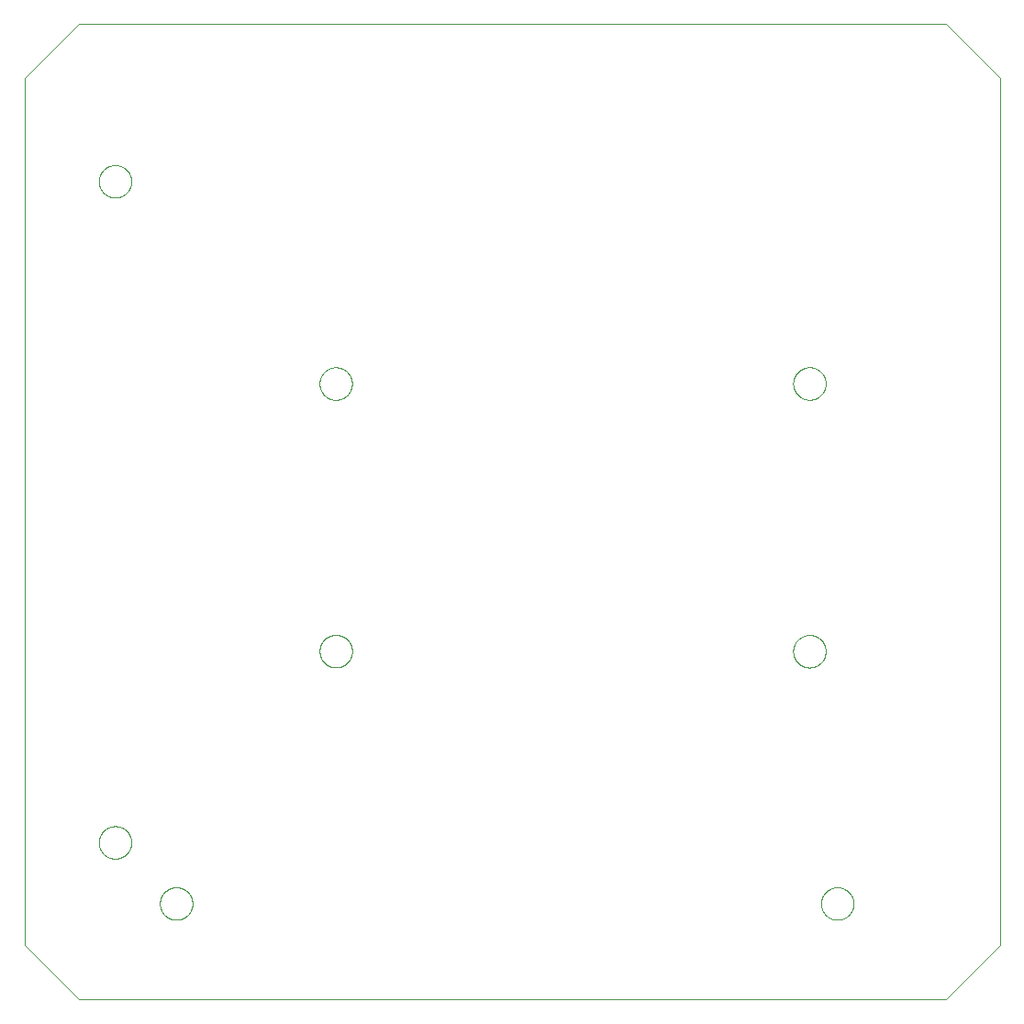
<source format=gbo>
G75*
%MOIN*%
%OFA0B0*%
%FSLAX25Y25*%
%IPPOS*%
%LPD*%
%AMOC8*
5,1,8,0,0,1.08239X$1,22.5*
%
%ADD10C,0.00000*%
D10*
X0021455Y0039203D02*
X0021455Y0354163D01*
X0041140Y0373848D01*
X0356100Y0373848D01*
X0375785Y0354163D01*
X0375785Y0039203D01*
X0356100Y0019518D01*
X0041140Y0019518D01*
X0021455Y0039203D01*
X0048494Y0076604D02*
X0048496Y0076757D01*
X0048502Y0076911D01*
X0048512Y0077064D01*
X0048526Y0077216D01*
X0048544Y0077369D01*
X0048566Y0077520D01*
X0048591Y0077671D01*
X0048621Y0077822D01*
X0048655Y0077972D01*
X0048692Y0078120D01*
X0048733Y0078268D01*
X0048778Y0078414D01*
X0048827Y0078560D01*
X0048880Y0078704D01*
X0048936Y0078846D01*
X0048996Y0078987D01*
X0049060Y0079127D01*
X0049127Y0079265D01*
X0049198Y0079401D01*
X0049273Y0079535D01*
X0049350Y0079667D01*
X0049432Y0079797D01*
X0049516Y0079925D01*
X0049604Y0080051D01*
X0049695Y0080174D01*
X0049789Y0080295D01*
X0049887Y0080413D01*
X0049987Y0080529D01*
X0050091Y0080642D01*
X0050197Y0080753D01*
X0050306Y0080861D01*
X0050418Y0080966D01*
X0050532Y0081067D01*
X0050650Y0081166D01*
X0050769Y0081262D01*
X0050891Y0081355D01*
X0051016Y0081444D01*
X0051143Y0081531D01*
X0051272Y0081613D01*
X0051403Y0081693D01*
X0051536Y0081769D01*
X0051671Y0081842D01*
X0051808Y0081911D01*
X0051947Y0081976D01*
X0052087Y0082038D01*
X0052229Y0082096D01*
X0052372Y0082151D01*
X0052517Y0082202D01*
X0052663Y0082249D01*
X0052810Y0082292D01*
X0052958Y0082331D01*
X0053107Y0082367D01*
X0053257Y0082398D01*
X0053408Y0082426D01*
X0053559Y0082450D01*
X0053712Y0082470D01*
X0053864Y0082486D01*
X0054017Y0082498D01*
X0054170Y0082506D01*
X0054323Y0082510D01*
X0054477Y0082510D01*
X0054630Y0082506D01*
X0054783Y0082498D01*
X0054936Y0082486D01*
X0055088Y0082470D01*
X0055241Y0082450D01*
X0055392Y0082426D01*
X0055543Y0082398D01*
X0055693Y0082367D01*
X0055842Y0082331D01*
X0055990Y0082292D01*
X0056137Y0082249D01*
X0056283Y0082202D01*
X0056428Y0082151D01*
X0056571Y0082096D01*
X0056713Y0082038D01*
X0056853Y0081976D01*
X0056992Y0081911D01*
X0057129Y0081842D01*
X0057264Y0081769D01*
X0057397Y0081693D01*
X0057528Y0081613D01*
X0057657Y0081531D01*
X0057784Y0081444D01*
X0057909Y0081355D01*
X0058031Y0081262D01*
X0058150Y0081166D01*
X0058268Y0081067D01*
X0058382Y0080966D01*
X0058494Y0080861D01*
X0058603Y0080753D01*
X0058709Y0080642D01*
X0058813Y0080529D01*
X0058913Y0080413D01*
X0059011Y0080295D01*
X0059105Y0080174D01*
X0059196Y0080051D01*
X0059284Y0079925D01*
X0059368Y0079797D01*
X0059450Y0079667D01*
X0059527Y0079535D01*
X0059602Y0079401D01*
X0059673Y0079265D01*
X0059740Y0079127D01*
X0059804Y0078987D01*
X0059864Y0078846D01*
X0059920Y0078704D01*
X0059973Y0078560D01*
X0060022Y0078414D01*
X0060067Y0078268D01*
X0060108Y0078120D01*
X0060145Y0077972D01*
X0060179Y0077822D01*
X0060209Y0077671D01*
X0060234Y0077520D01*
X0060256Y0077369D01*
X0060274Y0077216D01*
X0060288Y0077064D01*
X0060298Y0076911D01*
X0060304Y0076757D01*
X0060306Y0076604D01*
X0060304Y0076451D01*
X0060298Y0076297D01*
X0060288Y0076144D01*
X0060274Y0075992D01*
X0060256Y0075839D01*
X0060234Y0075688D01*
X0060209Y0075537D01*
X0060179Y0075386D01*
X0060145Y0075236D01*
X0060108Y0075088D01*
X0060067Y0074940D01*
X0060022Y0074794D01*
X0059973Y0074648D01*
X0059920Y0074504D01*
X0059864Y0074362D01*
X0059804Y0074221D01*
X0059740Y0074081D01*
X0059673Y0073943D01*
X0059602Y0073807D01*
X0059527Y0073673D01*
X0059450Y0073541D01*
X0059368Y0073411D01*
X0059284Y0073283D01*
X0059196Y0073157D01*
X0059105Y0073034D01*
X0059011Y0072913D01*
X0058913Y0072795D01*
X0058813Y0072679D01*
X0058709Y0072566D01*
X0058603Y0072455D01*
X0058494Y0072347D01*
X0058382Y0072242D01*
X0058268Y0072141D01*
X0058150Y0072042D01*
X0058031Y0071946D01*
X0057909Y0071853D01*
X0057784Y0071764D01*
X0057657Y0071677D01*
X0057528Y0071595D01*
X0057397Y0071515D01*
X0057264Y0071439D01*
X0057129Y0071366D01*
X0056992Y0071297D01*
X0056853Y0071232D01*
X0056713Y0071170D01*
X0056571Y0071112D01*
X0056428Y0071057D01*
X0056283Y0071006D01*
X0056137Y0070959D01*
X0055990Y0070916D01*
X0055842Y0070877D01*
X0055693Y0070841D01*
X0055543Y0070810D01*
X0055392Y0070782D01*
X0055241Y0070758D01*
X0055088Y0070738D01*
X0054936Y0070722D01*
X0054783Y0070710D01*
X0054630Y0070702D01*
X0054477Y0070698D01*
X0054323Y0070698D01*
X0054170Y0070702D01*
X0054017Y0070710D01*
X0053864Y0070722D01*
X0053712Y0070738D01*
X0053559Y0070758D01*
X0053408Y0070782D01*
X0053257Y0070810D01*
X0053107Y0070841D01*
X0052958Y0070877D01*
X0052810Y0070916D01*
X0052663Y0070959D01*
X0052517Y0071006D01*
X0052372Y0071057D01*
X0052229Y0071112D01*
X0052087Y0071170D01*
X0051947Y0071232D01*
X0051808Y0071297D01*
X0051671Y0071366D01*
X0051536Y0071439D01*
X0051403Y0071515D01*
X0051272Y0071595D01*
X0051143Y0071677D01*
X0051016Y0071764D01*
X0050891Y0071853D01*
X0050769Y0071946D01*
X0050650Y0072042D01*
X0050532Y0072141D01*
X0050418Y0072242D01*
X0050306Y0072347D01*
X0050197Y0072455D01*
X0050091Y0072566D01*
X0049987Y0072679D01*
X0049887Y0072795D01*
X0049789Y0072913D01*
X0049695Y0073034D01*
X0049604Y0073157D01*
X0049516Y0073283D01*
X0049432Y0073411D01*
X0049350Y0073541D01*
X0049273Y0073673D01*
X0049198Y0073807D01*
X0049127Y0073943D01*
X0049060Y0074081D01*
X0048996Y0074221D01*
X0048936Y0074362D01*
X0048880Y0074504D01*
X0048827Y0074648D01*
X0048778Y0074794D01*
X0048733Y0074940D01*
X0048692Y0075088D01*
X0048655Y0075236D01*
X0048621Y0075386D01*
X0048591Y0075537D01*
X0048566Y0075688D01*
X0048544Y0075839D01*
X0048526Y0075992D01*
X0048512Y0076144D01*
X0048502Y0076297D01*
X0048496Y0076451D01*
X0048494Y0076604D01*
X0070698Y0054400D02*
X0070700Y0054553D01*
X0070706Y0054707D01*
X0070716Y0054860D01*
X0070730Y0055012D01*
X0070748Y0055165D01*
X0070770Y0055316D01*
X0070795Y0055467D01*
X0070825Y0055618D01*
X0070859Y0055768D01*
X0070896Y0055916D01*
X0070937Y0056064D01*
X0070982Y0056210D01*
X0071031Y0056356D01*
X0071084Y0056500D01*
X0071140Y0056642D01*
X0071200Y0056783D01*
X0071264Y0056923D01*
X0071331Y0057061D01*
X0071402Y0057197D01*
X0071477Y0057331D01*
X0071554Y0057463D01*
X0071636Y0057593D01*
X0071720Y0057721D01*
X0071808Y0057847D01*
X0071899Y0057970D01*
X0071993Y0058091D01*
X0072091Y0058209D01*
X0072191Y0058325D01*
X0072295Y0058438D01*
X0072401Y0058549D01*
X0072510Y0058657D01*
X0072622Y0058762D01*
X0072736Y0058863D01*
X0072854Y0058962D01*
X0072973Y0059058D01*
X0073095Y0059151D01*
X0073220Y0059240D01*
X0073347Y0059327D01*
X0073476Y0059409D01*
X0073607Y0059489D01*
X0073740Y0059565D01*
X0073875Y0059638D01*
X0074012Y0059707D01*
X0074151Y0059772D01*
X0074291Y0059834D01*
X0074433Y0059892D01*
X0074576Y0059947D01*
X0074721Y0059998D01*
X0074867Y0060045D01*
X0075014Y0060088D01*
X0075162Y0060127D01*
X0075311Y0060163D01*
X0075461Y0060194D01*
X0075612Y0060222D01*
X0075763Y0060246D01*
X0075916Y0060266D01*
X0076068Y0060282D01*
X0076221Y0060294D01*
X0076374Y0060302D01*
X0076527Y0060306D01*
X0076681Y0060306D01*
X0076834Y0060302D01*
X0076987Y0060294D01*
X0077140Y0060282D01*
X0077292Y0060266D01*
X0077445Y0060246D01*
X0077596Y0060222D01*
X0077747Y0060194D01*
X0077897Y0060163D01*
X0078046Y0060127D01*
X0078194Y0060088D01*
X0078341Y0060045D01*
X0078487Y0059998D01*
X0078632Y0059947D01*
X0078775Y0059892D01*
X0078917Y0059834D01*
X0079057Y0059772D01*
X0079196Y0059707D01*
X0079333Y0059638D01*
X0079468Y0059565D01*
X0079601Y0059489D01*
X0079732Y0059409D01*
X0079861Y0059327D01*
X0079988Y0059240D01*
X0080113Y0059151D01*
X0080235Y0059058D01*
X0080354Y0058962D01*
X0080472Y0058863D01*
X0080586Y0058762D01*
X0080698Y0058657D01*
X0080807Y0058549D01*
X0080913Y0058438D01*
X0081017Y0058325D01*
X0081117Y0058209D01*
X0081215Y0058091D01*
X0081309Y0057970D01*
X0081400Y0057847D01*
X0081488Y0057721D01*
X0081572Y0057593D01*
X0081654Y0057463D01*
X0081731Y0057331D01*
X0081806Y0057197D01*
X0081877Y0057061D01*
X0081944Y0056923D01*
X0082008Y0056783D01*
X0082068Y0056642D01*
X0082124Y0056500D01*
X0082177Y0056356D01*
X0082226Y0056210D01*
X0082271Y0056064D01*
X0082312Y0055916D01*
X0082349Y0055768D01*
X0082383Y0055618D01*
X0082413Y0055467D01*
X0082438Y0055316D01*
X0082460Y0055165D01*
X0082478Y0055012D01*
X0082492Y0054860D01*
X0082502Y0054707D01*
X0082508Y0054553D01*
X0082510Y0054400D01*
X0082508Y0054247D01*
X0082502Y0054093D01*
X0082492Y0053940D01*
X0082478Y0053788D01*
X0082460Y0053635D01*
X0082438Y0053484D01*
X0082413Y0053333D01*
X0082383Y0053182D01*
X0082349Y0053032D01*
X0082312Y0052884D01*
X0082271Y0052736D01*
X0082226Y0052590D01*
X0082177Y0052444D01*
X0082124Y0052300D01*
X0082068Y0052158D01*
X0082008Y0052017D01*
X0081944Y0051877D01*
X0081877Y0051739D01*
X0081806Y0051603D01*
X0081731Y0051469D01*
X0081654Y0051337D01*
X0081572Y0051207D01*
X0081488Y0051079D01*
X0081400Y0050953D01*
X0081309Y0050830D01*
X0081215Y0050709D01*
X0081117Y0050591D01*
X0081017Y0050475D01*
X0080913Y0050362D01*
X0080807Y0050251D01*
X0080698Y0050143D01*
X0080586Y0050038D01*
X0080472Y0049937D01*
X0080354Y0049838D01*
X0080235Y0049742D01*
X0080113Y0049649D01*
X0079988Y0049560D01*
X0079861Y0049473D01*
X0079732Y0049391D01*
X0079601Y0049311D01*
X0079468Y0049235D01*
X0079333Y0049162D01*
X0079196Y0049093D01*
X0079057Y0049028D01*
X0078917Y0048966D01*
X0078775Y0048908D01*
X0078632Y0048853D01*
X0078487Y0048802D01*
X0078341Y0048755D01*
X0078194Y0048712D01*
X0078046Y0048673D01*
X0077897Y0048637D01*
X0077747Y0048606D01*
X0077596Y0048578D01*
X0077445Y0048554D01*
X0077292Y0048534D01*
X0077140Y0048518D01*
X0076987Y0048506D01*
X0076834Y0048498D01*
X0076681Y0048494D01*
X0076527Y0048494D01*
X0076374Y0048498D01*
X0076221Y0048506D01*
X0076068Y0048518D01*
X0075916Y0048534D01*
X0075763Y0048554D01*
X0075612Y0048578D01*
X0075461Y0048606D01*
X0075311Y0048637D01*
X0075162Y0048673D01*
X0075014Y0048712D01*
X0074867Y0048755D01*
X0074721Y0048802D01*
X0074576Y0048853D01*
X0074433Y0048908D01*
X0074291Y0048966D01*
X0074151Y0049028D01*
X0074012Y0049093D01*
X0073875Y0049162D01*
X0073740Y0049235D01*
X0073607Y0049311D01*
X0073476Y0049391D01*
X0073347Y0049473D01*
X0073220Y0049560D01*
X0073095Y0049649D01*
X0072973Y0049742D01*
X0072854Y0049838D01*
X0072736Y0049937D01*
X0072622Y0050038D01*
X0072510Y0050143D01*
X0072401Y0050251D01*
X0072295Y0050362D01*
X0072191Y0050475D01*
X0072091Y0050591D01*
X0071993Y0050709D01*
X0071899Y0050830D01*
X0071808Y0050953D01*
X0071720Y0051079D01*
X0071636Y0051207D01*
X0071554Y0051337D01*
X0071477Y0051469D01*
X0071402Y0051603D01*
X0071331Y0051739D01*
X0071264Y0051877D01*
X0071200Y0052017D01*
X0071140Y0052158D01*
X0071084Y0052300D01*
X0071031Y0052444D01*
X0070982Y0052590D01*
X0070937Y0052736D01*
X0070896Y0052884D01*
X0070859Y0053032D01*
X0070825Y0053182D01*
X0070795Y0053333D01*
X0070770Y0053484D01*
X0070748Y0053635D01*
X0070730Y0053788D01*
X0070716Y0053940D01*
X0070706Y0054093D01*
X0070700Y0054247D01*
X0070698Y0054400D01*
X0128694Y0146083D02*
X0128696Y0146236D01*
X0128702Y0146390D01*
X0128712Y0146543D01*
X0128726Y0146695D01*
X0128744Y0146848D01*
X0128766Y0146999D01*
X0128791Y0147150D01*
X0128821Y0147301D01*
X0128855Y0147451D01*
X0128892Y0147599D01*
X0128933Y0147747D01*
X0128978Y0147893D01*
X0129027Y0148039D01*
X0129080Y0148183D01*
X0129136Y0148325D01*
X0129196Y0148466D01*
X0129260Y0148606D01*
X0129327Y0148744D01*
X0129398Y0148880D01*
X0129473Y0149014D01*
X0129550Y0149146D01*
X0129632Y0149276D01*
X0129716Y0149404D01*
X0129804Y0149530D01*
X0129895Y0149653D01*
X0129989Y0149774D01*
X0130087Y0149892D01*
X0130187Y0150008D01*
X0130291Y0150121D01*
X0130397Y0150232D01*
X0130506Y0150340D01*
X0130618Y0150445D01*
X0130732Y0150546D01*
X0130850Y0150645D01*
X0130969Y0150741D01*
X0131091Y0150834D01*
X0131216Y0150923D01*
X0131343Y0151010D01*
X0131472Y0151092D01*
X0131603Y0151172D01*
X0131736Y0151248D01*
X0131871Y0151321D01*
X0132008Y0151390D01*
X0132147Y0151455D01*
X0132287Y0151517D01*
X0132429Y0151575D01*
X0132572Y0151630D01*
X0132717Y0151681D01*
X0132863Y0151728D01*
X0133010Y0151771D01*
X0133158Y0151810D01*
X0133307Y0151846D01*
X0133457Y0151877D01*
X0133608Y0151905D01*
X0133759Y0151929D01*
X0133912Y0151949D01*
X0134064Y0151965D01*
X0134217Y0151977D01*
X0134370Y0151985D01*
X0134523Y0151989D01*
X0134677Y0151989D01*
X0134830Y0151985D01*
X0134983Y0151977D01*
X0135136Y0151965D01*
X0135288Y0151949D01*
X0135441Y0151929D01*
X0135592Y0151905D01*
X0135743Y0151877D01*
X0135893Y0151846D01*
X0136042Y0151810D01*
X0136190Y0151771D01*
X0136337Y0151728D01*
X0136483Y0151681D01*
X0136628Y0151630D01*
X0136771Y0151575D01*
X0136913Y0151517D01*
X0137053Y0151455D01*
X0137192Y0151390D01*
X0137329Y0151321D01*
X0137464Y0151248D01*
X0137597Y0151172D01*
X0137728Y0151092D01*
X0137857Y0151010D01*
X0137984Y0150923D01*
X0138109Y0150834D01*
X0138231Y0150741D01*
X0138350Y0150645D01*
X0138468Y0150546D01*
X0138582Y0150445D01*
X0138694Y0150340D01*
X0138803Y0150232D01*
X0138909Y0150121D01*
X0139013Y0150008D01*
X0139113Y0149892D01*
X0139211Y0149774D01*
X0139305Y0149653D01*
X0139396Y0149530D01*
X0139484Y0149404D01*
X0139568Y0149276D01*
X0139650Y0149146D01*
X0139727Y0149014D01*
X0139802Y0148880D01*
X0139873Y0148744D01*
X0139940Y0148606D01*
X0140004Y0148466D01*
X0140064Y0148325D01*
X0140120Y0148183D01*
X0140173Y0148039D01*
X0140222Y0147893D01*
X0140267Y0147747D01*
X0140308Y0147599D01*
X0140345Y0147451D01*
X0140379Y0147301D01*
X0140409Y0147150D01*
X0140434Y0146999D01*
X0140456Y0146848D01*
X0140474Y0146695D01*
X0140488Y0146543D01*
X0140498Y0146390D01*
X0140504Y0146236D01*
X0140506Y0146083D01*
X0140504Y0145930D01*
X0140498Y0145776D01*
X0140488Y0145623D01*
X0140474Y0145471D01*
X0140456Y0145318D01*
X0140434Y0145167D01*
X0140409Y0145016D01*
X0140379Y0144865D01*
X0140345Y0144715D01*
X0140308Y0144567D01*
X0140267Y0144419D01*
X0140222Y0144273D01*
X0140173Y0144127D01*
X0140120Y0143983D01*
X0140064Y0143841D01*
X0140004Y0143700D01*
X0139940Y0143560D01*
X0139873Y0143422D01*
X0139802Y0143286D01*
X0139727Y0143152D01*
X0139650Y0143020D01*
X0139568Y0142890D01*
X0139484Y0142762D01*
X0139396Y0142636D01*
X0139305Y0142513D01*
X0139211Y0142392D01*
X0139113Y0142274D01*
X0139013Y0142158D01*
X0138909Y0142045D01*
X0138803Y0141934D01*
X0138694Y0141826D01*
X0138582Y0141721D01*
X0138468Y0141620D01*
X0138350Y0141521D01*
X0138231Y0141425D01*
X0138109Y0141332D01*
X0137984Y0141243D01*
X0137857Y0141156D01*
X0137728Y0141074D01*
X0137597Y0140994D01*
X0137464Y0140918D01*
X0137329Y0140845D01*
X0137192Y0140776D01*
X0137053Y0140711D01*
X0136913Y0140649D01*
X0136771Y0140591D01*
X0136628Y0140536D01*
X0136483Y0140485D01*
X0136337Y0140438D01*
X0136190Y0140395D01*
X0136042Y0140356D01*
X0135893Y0140320D01*
X0135743Y0140289D01*
X0135592Y0140261D01*
X0135441Y0140237D01*
X0135288Y0140217D01*
X0135136Y0140201D01*
X0134983Y0140189D01*
X0134830Y0140181D01*
X0134677Y0140177D01*
X0134523Y0140177D01*
X0134370Y0140181D01*
X0134217Y0140189D01*
X0134064Y0140201D01*
X0133912Y0140217D01*
X0133759Y0140237D01*
X0133608Y0140261D01*
X0133457Y0140289D01*
X0133307Y0140320D01*
X0133158Y0140356D01*
X0133010Y0140395D01*
X0132863Y0140438D01*
X0132717Y0140485D01*
X0132572Y0140536D01*
X0132429Y0140591D01*
X0132287Y0140649D01*
X0132147Y0140711D01*
X0132008Y0140776D01*
X0131871Y0140845D01*
X0131736Y0140918D01*
X0131603Y0140994D01*
X0131472Y0141074D01*
X0131343Y0141156D01*
X0131216Y0141243D01*
X0131091Y0141332D01*
X0130969Y0141425D01*
X0130850Y0141521D01*
X0130732Y0141620D01*
X0130618Y0141721D01*
X0130506Y0141826D01*
X0130397Y0141934D01*
X0130291Y0142045D01*
X0130187Y0142158D01*
X0130087Y0142274D01*
X0129989Y0142392D01*
X0129895Y0142513D01*
X0129804Y0142636D01*
X0129716Y0142762D01*
X0129632Y0142890D01*
X0129550Y0143020D01*
X0129473Y0143152D01*
X0129398Y0143286D01*
X0129327Y0143422D01*
X0129260Y0143560D01*
X0129196Y0143700D01*
X0129136Y0143841D01*
X0129080Y0143983D01*
X0129027Y0144127D01*
X0128978Y0144273D01*
X0128933Y0144419D01*
X0128892Y0144567D01*
X0128855Y0144715D01*
X0128821Y0144865D01*
X0128791Y0145016D01*
X0128766Y0145167D01*
X0128744Y0145318D01*
X0128726Y0145471D01*
X0128712Y0145623D01*
X0128702Y0145776D01*
X0128696Y0145930D01*
X0128694Y0146083D01*
X0128664Y0243293D02*
X0128666Y0243446D01*
X0128672Y0243600D01*
X0128682Y0243753D01*
X0128696Y0243905D01*
X0128714Y0244058D01*
X0128736Y0244209D01*
X0128761Y0244360D01*
X0128791Y0244511D01*
X0128825Y0244661D01*
X0128862Y0244809D01*
X0128903Y0244957D01*
X0128948Y0245103D01*
X0128997Y0245249D01*
X0129050Y0245393D01*
X0129106Y0245535D01*
X0129166Y0245676D01*
X0129230Y0245816D01*
X0129297Y0245954D01*
X0129368Y0246090D01*
X0129443Y0246224D01*
X0129520Y0246356D01*
X0129602Y0246486D01*
X0129686Y0246614D01*
X0129774Y0246740D01*
X0129865Y0246863D01*
X0129959Y0246984D01*
X0130057Y0247102D01*
X0130157Y0247218D01*
X0130261Y0247331D01*
X0130367Y0247442D01*
X0130476Y0247550D01*
X0130588Y0247655D01*
X0130702Y0247756D01*
X0130820Y0247855D01*
X0130939Y0247951D01*
X0131061Y0248044D01*
X0131186Y0248133D01*
X0131313Y0248220D01*
X0131442Y0248302D01*
X0131573Y0248382D01*
X0131706Y0248458D01*
X0131841Y0248531D01*
X0131978Y0248600D01*
X0132117Y0248665D01*
X0132257Y0248727D01*
X0132399Y0248785D01*
X0132542Y0248840D01*
X0132687Y0248891D01*
X0132833Y0248938D01*
X0132980Y0248981D01*
X0133128Y0249020D01*
X0133277Y0249056D01*
X0133427Y0249087D01*
X0133578Y0249115D01*
X0133729Y0249139D01*
X0133882Y0249159D01*
X0134034Y0249175D01*
X0134187Y0249187D01*
X0134340Y0249195D01*
X0134493Y0249199D01*
X0134647Y0249199D01*
X0134800Y0249195D01*
X0134953Y0249187D01*
X0135106Y0249175D01*
X0135258Y0249159D01*
X0135411Y0249139D01*
X0135562Y0249115D01*
X0135713Y0249087D01*
X0135863Y0249056D01*
X0136012Y0249020D01*
X0136160Y0248981D01*
X0136307Y0248938D01*
X0136453Y0248891D01*
X0136598Y0248840D01*
X0136741Y0248785D01*
X0136883Y0248727D01*
X0137023Y0248665D01*
X0137162Y0248600D01*
X0137299Y0248531D01*
X0137434Y0248458D01*
X0137567Y0248382D01*
X0137698Y0248302D01*
X0137827Y0248220D01*
X0137954Y0248133D01*
X0138079Y0248044D01*
X0138201Y0247951D01*
X0138320Y0247855D01*
X0138438Y0247756D01*
X0138552Y0247655D01*
X0138664Y0247550D01*
X0138773Y0247442D01*
X0138879Y0247331D01*
X0138983Y0247218D01*
X0139083Y0247102D01*
X0139181Y0246984D01*
X0139275Y0246863D01*
X0139366Y0246740D01*
X0139454Y0246614D01*
X0139538Y0246486D01*
X0139620Y0246356D01*
X0139697Y0246224D01*
X0139772Y0246090D01*
X0139843Y0245954D01*
X0139910Y0245816D01*
X0139974Y0245676D01*
X0140034Y0245535D01*
X0140090Y0245393D01*
X0140143Y0245249D01*
X0140192Y0245103D01*
X0140237Y0244957D01*
X0140278Y0244809D01*
X0140315Y0244661D01*
X0140349Y0244511D01*
X0140379Y0244360D01*
X0140404Y0244209D01*
X0140426Y0244058D01*
X0140444Y0243905D01*
X0140458Y0243753D01*
X0140468Y0243600D01*
X0140474Y0243446D01*
X0140476Y0243293D01*
X0140474Y0243140D01*
X0140468Y0242986D01*
X0140458Y0242833D01*
X0140444Y0242681D01*
X0140426Y0242528D01*
X0140404Y0242377D01*
X0140379Y0242226D01*
X0140349Y0242075D01*
X0140315Y0241925D01*
X0140278Y0241777D01*
X0140237Y0241629D01*
X0140192Y0241483D01*
X0140143Y0241337D01*
X0140090Y0241193D01*
X0140034Y0241051D01*
X0139974Y0240910D01*
X0139910Y0240770D01*
X0139843Y0240632D01*
X0139772Y0240496D01*
X0139697Y0240362D01*
X0139620Y0240230D01*
X0139538Y0240100D01*
X0139454Y0239972D01*
X0139366Y0239846D01*
X0139275Y0239723D01*
X0139181Y0239602D01*
X0139083Y0239484D01*
X0138983Y0239368D01*
X0138879Y0239255D01*
X0138773Y0239144D01*
X0138664Y0239036D01*
X0138552Y0238931D01*
X0138438Y0238830D01*
X0138320Y0238731D01*
X0138201Y0238635D01*
X0138079Y0238542D01*
X0137954Y0238453D01*
X0137827Y0238366D01*
X0137698Y0238284D01*
X0137567Y0238204D01*
X0137434Y0238128D01*
X0137299Y0238055D01*
X0137162Y0237986D01*
X0137023Y0237921D01*
X0136883Y0237859D01*
X0136741Y0237801D01*
X0136598Y0237746D01*
X0136453Y0237695D01*
X0136307Y0237648D01*
X0136160Y0237605D01*
X0136012Y0237566D01*
X0135863Y0237530D01*
X0135713Y0237499D01*
X0135562Y0237471D01*
X0135411Y0237447D01*
X0135258Y0237427D01*
X0135106Y0237411D01*
X0134953Y0237399D01*
X0134800Y0237391D01*
X0134647Y0237387D01*
X0134493Y0237387D01*
X0134340Y0237391D01*
X0134187Y0237399D01*
X0134034Y0237411D01*
X0133882Y0237427D01*
X0133729Y0237447D01*
X0133578Y0237471D01*
X0133427Y0237499D01*
X0133277Y0237530D01*
X0133128Y0237566D01*
X0132980Y0237605D01*
X0132833Y0237648D01*
X0132687Y0237695D01*
X0132542Y0237746D01*
X0132399Y0237801D01*
X0132257Y0237859D01*
X0132117Y0237921D01*
X0131978Y0237986D01*
X0131841Y0238055D01*
X0131706Y0238128D01*
X0131573Y0238204D01*
X0131442Y0238284D01*
X0131313Y0238366D01*
X0131186Y0238453D01*
X0131061Y0238542D01*
X0130939Y0238635D01*
X0130820Y0238731D01*
X0130702Y0238830D01*
X0130588Y0238931D01*
X0130476Y0239036D01*
X0130367Y0239144D01*
X0130261Y0239255D01*
X0130157Y0239368D01*
X0130057Y0239484D01*
X0129959Y0239602D01*
X0129865Y0239723D01*
X0129774Y0239846D01*
X0129686Y0239972D01*
X0129602Y0240100D01*
X0129520Y0240230D01*
X0129443Y0240362D01*
X0129368Y0240496D01*
X0129297Y0240632D01*
X0129230Y0240770D01*
X0129166Y0240910D01*
X0129106Y0241051D01*
X0129050Y0241193D01*
X0128997Y0241337D01*
X0128948Y0241483D01*
X0128903Y0241629D01*
X0128862Y0241777D01*
X0128825Y0241925D01*
X0128791Y0242075D01*
X0128761Y0242226D01*
X0128736Y0242377D01*
X0128714Y0242528D01*
X0128696Y0242681D01*
X0128682Y0242833D01*
X0128672Y0242986D01*
X0128666Y0243140D01*
X0128664Y0243293D01*
X0048494Y0316762D02*
X0048496Y0316915D01*
X0048502Y0317069D01*
X0048512Y0317222D01*
X0048526Y0317374D01*
X0048544Y0317527D01*
X0048566Y0317678D01*
X0048591Y0317829D01*
X0048621Y0317980D01*
X0048655Y0318130D01*
X0048692Y0318278D01*
X0048733Y0318426D01*
X0048778Y0318572D01*
X0048827Y0318718D01*
X0048880Y0318862D01*
X0048936Y0319004D01*
X0048996Y0319145D01*
X0049060Y0319285D01*
X0049127Y0319423D01*
X0049198Y0319559D01*
X0049273Y0319693D01*
X0049350Y0319825D01*
X0049432Y0319955D01*
X0049516Y0320083D01*
X0049604Y0320209D01*
X0049695Y0320332D01*
X0049789Y0320453D01*
X0049887Y0320571D01*
X0049987Y0320687D01*
X0050091Y0320800D01*
X0050197Y0320911D01*
X0050306Y0321019D01*
X0050418Y0321124D01*
X0050532Y0321225D01*
X0050650Y0321324D01*
X0050769Y0321420D01*
X0050891Y0321513D01*
X0051016Y0321602D01*
X0051143Y0321689D01*
X0051272Y0321771D01*
X0051403Y0321851D01*
X0051536Y0321927D01*
X0051671Y0322000D01*
X0051808Y0322069D01*
X0051947Y0322134D01*
X0052087Y0322196D01*
X0052229Y0322254D01*
X0052372Y0322309D01*
X0052517Y0322360D01*
X0052663Y0322407D01*
X0052810Y0322450D01*
X0052958Y0322489D01*
X0053107Y0322525D01*
X0053257Y0322556D01*
X0053408Y0322584D01*
X0053559Y0322608D01*
X0053712Y0322628D01*
X0053864Y0322644D01*
X0054017Y0322656D01*
X0054170Y0322664D01*
X0054323Y0322668D01*
X0054477Y0322668D01*
X0054630Y0322664D01*
X0054783Y0322656D01*
X0054936Y0322644D01*
X0055088Y0322628D01*
X0055241Y0322608D01*
X0055392Y0322584D01*
X0055543Y0322556D01*
X0055693Y0322525D01*
X0055842Y0322489D01*
X0055990Y0322450D01*
X0056137Y0322407D01*
X0056283Y0322360D01*
X0056428Y0322309D01*
X0056571Y0322254D01*
X0056713Y0322196D01*
X0056853Y0322134D01*
X0056992Y0322069D01*
X0057129Y0322000D01*
X0057264Y0321927D01*
X0057397Y0321851D01*
X0057528Y0321771D01*
X0057657Y0321689D01*
X0057784Y0321602D01*
X0057909Y0321513D01*
X0058031Y0321420D01*
X0058150Y0321324D01*
X0058268Y0321225D01*
X0058382Y0321124D01*
X0058494Y0321019D01*
X0058603Y0320911D01*
X0058709Y0320800D01*
X0058813Y0320687D01*
X0058913Y0320571D01*
X0059011Y0320453D01*
X0059105Y0320332D01*
X0059196Y0320209D01*
X0059284Y0320083D01*
X0059368Y0319955D01*
X0059450Y0319825D01*
X0059527Y0319693D01*
X0059602Y0319559D01*
X0059673Y0319423D01*
X0059740Y0319285D01*
X0059804Y0319145D01*
X0059864Y0319004D01*
X0059920Y0318862D01*
X0059973Y0318718D01*
X0060022Y0318572D01*
X0060067Y0318426D01*
X0060108Y0318278D01*
X0060145Y0318130D01*
X0060179Y0317980D01*
X0060209Y0317829D01*
X0060234Y0317678D01*
X0060256Y0317527D01*
X0060274Y0317374D01*
X0060288Y0317222D01*
X0060298Y0317069D01*
X0060304Y0316915D01*
X0060306Y0316762D01*
X0060304Y0316609D01*
X0060298Y0316455D01*
X0060288Y0316302D01*
X0060274Y0316150D01*
X0060256Y0315997D01*
X0060234Y0315846D01*
X0060209Y0315695D01*
X0060179Y0315544D01*
X0060145Y0315394D01*
X0060108Y0315246D01*
X0060067Y0315098D01*
X0060022Y0314952D01*
X0059973Y0314806D01*
X0059920Y0314662D01*
X0059864Y0314520D01*
X0059804Y0314379D01*
X0059740Y0314239D01*
X0059673Y0314101D01*
X0059602Y0313965D01*
X0059527Y0313831D01*
X0059450Y0313699D01*
X0059368Y0313569D01*
X0059284Y0313441D01*
X0059196Y0313315D01*
X0059105Y0313192D01*
X0059011Y0313071D01*
X0058913Y0312953D01*
X0058813Y0312837D01*
X0058709Y0312724D01*
X0058603Y0312613D01*
X0058494Y0312505D01*
X0058382Y0312400D01*
X0058268Y0312299D01*
X0058150Y0312200D01*
X0058031Y0312104D01*
X0057909Y0312011D01*
X0057784Y0311922D01*
X0057657Y0311835D01*
X0057528Y0311753D01*
X0057397Y0311673D01*
X0057264Y0311597D01*
X0057129Y0311524D01*
X0056992Y0311455D01*
X0056853Y0311390D01*
X0056713Y0311328D01*
X0056571Y0311270D01*
X0056428Y0311215D01*
X0056283Y0311164D01*
X0056137Y0311117D01*
X0055990Y0311074D01*
X0055842Y0311035D01*
X0055693Y0310999D01*
X0055543Y0310968D01*
X0055392Y0310940D01*
X0055241Y0310916D01*
X0055088Y0310896D01*
X0054936Y0310880D01*
X0054783Y0310868D01*
X0054630Y0310860D01*
X0054477Y0310856D01*
X0054323Y0310856D01*
X0054170Y0310860D01*
X0054017Y0310868D01*
X0053864Y0310880D01*
X0053712Y0310896D01*
X0053559Y0310916D01*
X0053408Y0310940D01*
X0053257Y0310968D01*
X0053107Y0310999D01*
X0052958Y0311035D01*
X0052810Y0311074D01*
X0052663Y0311117D01*
X0052517Y0311164D01*
X0052372Y0311215D01*
X0052229Y0311270D01*
X0052087Y0311328D01*
X0051947Y0311390D01*
X0051808Y0311455D01*
X0051671Y0311524D01*
X0051536Y0311597D01*
X0051403Y0311673D01*
X0051272Y0311753D01*
X0051143Y0311835D01*
X0051016Y0311922D01*
X0050891Y0312011D01*
X0050769Y0312104D01*
X0050650Y0312200D01*
X0050532Y0312299D01*
X0050418Y0312400D01*
X0050306Y0312505D01*
X0050197Y0312613D01*
X0050091Y0312724D01*
X0049987Y0312837D01*
X0049887Y0312953D01*
X0049789Y0313071D01*
X0049695Y0313192D01*
X0049604Y0313315D01*
X0049516Y0313441D01*
X0049432Y0313569D01*
X0049350Y0313699D01*
X0049273Y0313831D01*
X0049198Y0313965D01*
X0049127Y0314101D01*
X0049060Y0314239D01*
X0048996Y0314379D01*
X0048936Y0314520D01*
X0048880Y0314662D01*
X0048827Y0314806D01*
X0048778Y0314952D01*
X0048733Y0315098D01*
X0048692Y0315246D01*
X0048655Y0315394D01*
X0048621Y0315544D01*
X0048591Y0315695D01*
X0048566Y0315846D01*
X0048544Y0315997D01*
X0048526Y0316150D01*
X0048512Y0316302D01*
X0048502Y0316455D01*
X0048496Y0316609D01*
X0048494Y0316762D01*
X0300734Y0243313D02*
X0300736Y0243466D01*
X0300742Y0243620D01*
X0300752Y0243773D01*
X0300766Y0243925D01*
X0300784Y0244078D01*
X0300806Y0244229D01*
X0300831Y0244380D01*
X0300861Y0244531D01*
X0300895Y0244681D01*
X0300932Y0244829D01*
X0300973Y0244977D01*
X0301018Y0245123D01*
X0301067Y0245269D01*
X0301120Y0245413D01*
X0301176Y0245555D01*
X0301236Y0245696D01*
X0301300Y0245836D01*
X0301367Y0245974D01*
X0301438Y0246110D01*
X0301513Y0246244D01*
X0301590Y0246376D01*
X0301672Y0246506D01*
X0301756Y0246634D01*
X0301844Y0246760D01*
X0301935Y0246883D01*
X0302029Y0247004D01*
X0302127Y0247122D01*
X0302227Y0247238D01*
X0302331Y0247351D01*
X0302437Y0247462D01*
X0302546Y0247570D01*
X0302658Y0247675D01*
X0302772Y0247776D01*
X0302890Y0247875D01*
X0303009Y0247971D01*
X0303131Y0248064D01*
X0303256Y0248153D01*
X0303383Y0248240D01*
X0303512Y0248322D01*
X0303643Y0248402D01*
X0303776Y0248478D01*
X0303911Y0248551D01*
X0304048Y0248620D01*
X0304187Y0248685D01*
X0304327Y0248747D01*
X0304469Y0248805D01*
X0304612Y0248860D01*
X0304757Y0248911D01*
X0304903Y0248958D01*
X0305050Y0249001D01*
X0305198Y0249040D01*
X0305347Y0249076D01*
X0305497Y0249107D01*
X0305648Y0249135D01*
X0305799Y0249159D01*
X0305952Y0249179D01*
X0306104Y0249195D01*
X0306257Y0249207D01*
X0306410Y0249215D01*
X0306563Y0249219D01*
X0306717Y0249219D01*
X0306870Y0249215D01*
X0307023Y0249207D01*
X0307176Y0249195D01*
X0307328Y0249179D01*
X0307481Y0249159D01*
X0307632Y0249135D01*
X0307783Y0249107D01*
X0307933Y0249076D01*
X0308082Y0249040D01*
X0308230Y0249001D01*
X0308377Y0248958D01*
X0308523Y0248911D01*
X0308668Y0248860D01*
X0308811Y0248805D01*
X0308953Y0248747D01*
X0309093Y0248685D01*
X0309232Y0248620D01*
X0309369Y0248551D01*
X0309504Y0248478D01*
X0309637Y0248402D01*
X0309768Y0248322D01*
X0309897Y0248240D01*
X0310024Y0248153D01*
X0310149Y0248064D01*
X0310271Y0247971D01*
X0310390Y0247875D01*
X0310508Y0247776D01*
X0310622Y0247675D01*
X0310734Y0247570D01*
X0310843Y0247462D01*
X0310949Y0247351D01*
X0311053Y0247238D01*
X0311153Y0247122D01*
X0311251Y0247004D01*
X0311345Y0246883D01*
X0311436Y0246760D01*
X0311524Y0246634D01*
X0311608Y0246506D01*
X0311690Y0246376D01*
X0311767Y0246244D01*
X0311842Y0246110D01*
X0311913Y0245974D01*
X0311980Y0245836D01*
X0312044Y0245696D01*
X0312104Y0245555D01*
X0312160Y0245413D01*
X0312213Y0245269D01*
X0312262Y0245123D01*
X0312307Y0244977D01*
X0312348Y0244829D01*
X0312385Y0244681D01*
X0312419Y0244531D01*
X0312449Y0244380D01*
X0312474Y0244229D01*
X0312496Y0244078D01*
X0312514Y0243925D01*
X0312528Y0243773D01*
X0312538Y0243620D01*
X0312544Y0243466D01*
X0312546Y0243313D01*
X0312544Y0243160D01*
X0312538Y0243006D01*
X0312528Y0242853D01*
X0312514Y0242701D01*
X0312496Y0242548D01*
X0312474Y0242397D01*
X0312449Y0242246D01*
X0312419Y0242095D01*
X0312385Y0241945D01*
X0312348Y0241797D01*
X0312307Y0241649D01*
X0312262Y0241503D01*
X0312213Y0241357D01*
X0312160Y0241213D01*
X0312104Y0241071D01*
X0312044Y0240930D01*
X0311980Y0240790D01*
X0311913Y0240652D01*
X0311842Y0240516D01*
X0311767Y0240382D01*
X0311690Y0240250D01*
X0311608Y0240120D01*
X0311524Y0239992D01*
X0311436Y0239866D01*
X0311345Y0239743D01*
X0311251Y0239622D01*
X0311153Y0239504D01*
X0311053Y0239388D01*
X0310949Y0239275D01*
X0310843Y0239164D01*
X0310734Y0239056D01*
X0310622Y0238951D01*
X0310508Y0238850D01*
X0310390Y0238751D01*
X0310271Y0238655D01*
X0310149Y0238562D01*
X0310024Y0238473D01*
X0309897Y0238386D01*
X0309768Y0238304D01*
X0309637Y0238224D01*
X0309504Y0238148D01*
X0309369Y0238075D01*
X0309232Y0238006D01*
X0309093Y0237941D01*
X0308953Y0237879D01*
X0308811Y0237821D01*
X0308668Y0237766D01*
X0308523Y0237715D01*
X0308377Y0237668D01*
X0308230Y0237625D01*
X0308082Y0237586D01*
X0307933Y0237550D01*
X0307783Y0237519D01*
X0307632Y0237491D01*
X0307481Y0237467D01*
X0307328Y0237447D01*
X0307176Y0237431D01*
X0307023Y0237419D01*
X0306870Y0237411D01*
X0306717Y0237407D01*
X0306563Y0237407D01*
X0306410Y0237411D01*
X0306257Y0237419D01*
X0306104Y0237431D01*
X0305952Y0237447D01*
X0305799Y0237467D01*
X0305648Y0237491D01*
X0305497Y0237519D01*
X0305347Y0237550D01*
X0305198Y0237586D01*
X0305050Y0237625D01*
X0304903Y0237668D01*
X0304757Y0237715D01*
X0304612Y0237766D01*
X0304469Y0237821D01*
X0304327Y0237879D01*
X0304187Y0237941D01*
X0304048Y0238006D01*
X0303911Y0238075D01*
X0303776Y0238148D01*
X0303643Y0238224D01*
X0303512Y0238304D01*
X0303383Y0238386D01*
X0303256Y0238473D01*
X0303131Y0238562D01*
X0303009Y0238655D01*
X0302890Y0238751D01*
X0302772Y0238850D01*
X0302658Y0238951D01*
X0302546Y0239056D01*
X0302437Y0239164D01*
X0302331Y0239275D01*
X0302227Y0239388D01*
X0302127Y0239504D01*
X0302029Y0239622D01*
X0301935Y0239743D01*
X0301844Y0239866D01*
X0301756Y0239992D01*
X0301672Y0240120D01*
X0301590Y0240250D01*
X0301513Y0240382D01*
X0301438Y0240516D01*
X0301367Y0240652D01*
X0301300Y0240790D01*
X0301236Y0240930D01*
X0301176Y0241071D01*
X0301120Y0241213D01*
X0301067Y0241357D01*
X0301018Y0241503D01*
X0300973Y0241649D01*
X0300932Y0241797D01*
X0300895Y0241945D01*
X0300861Y0242095D01*
X0300831Y0242246D01*
X0300806Y0242397D01*
X0300784Y0242548D01*
X0300766Y0242701D01*
X0300752Y0242853D01*
X0300742Y0243006D01*
X0300736Y0243160D01*
X0300734Y0243313D01*
X0300734Y0146053D02*
X0300736Y0146206D01*
X0300742Y0146360D01*
X0300752Y0146513D01*
X0300766Y0146665D01*
X0300784Y0146818D01*
X0300806Y0146969D01*
X0300831Y0147120D01*
X0300861Y0147271D01*
X0300895Y0147421D01*
X0300932Y0147569D01*
X0300973Y0147717D01*
X0301018Y0147863D01*
X0301067Y0148009D01*
X0301120Y0148153D01*
X0301176Y0148295D01*
X0301236Y0148436D01*
X0301300Y0148576D01*
X0301367Y0148714D01*
X0301438Y0148850D01*
X0301513Y0148984D01*
X0301590Y0149116D01*
X0301672Y0149246D01*
X0301756Y0149374D01*
X0301844Y0149500D01*
X0301935Y0149623D01*
X0302029Y0149744D01*
X0302127Y0149862D01*
X0302227Y0149978D01*
X0302331Y0150091D01*
X0302437Y0150202D01*
X0302546Y0150310D01*
X0302658Y0150415D01*
X0302772Y0150516D01*
X0302890Y0150615D01*
X0303009Y0150711D01*
X0303131Y0150804D01*
X0303256Y0150893D01*
X0303383Y0150980D01*
X0303512Y0151062D01*
X0303643Y0151142D01*
X0303776Y0151218D01*
X0303911Y0151291D01*
X0304048Y0151360D01*
X0304187Y0151425D01*
X0304327Y0151487D01*
X0304469Y0151545D01*
X0304612Y0151600D01*
X0304757Y0151651D01*
X0304903Y0151698D01*
X0305050Y0151741D01*
X0305198Y0151780D01*
X0305347Y0151816D01*
X0305497Y0151847D01*
X0305648Y0151875D01*
X0305799Y0151899D01*
X0305952Y0151919D01*
X0306104Y0151935D01*
X0306257Y0151947D01*
X0306410Y0151955D01*
X0306563Y0151959D01*
X0306717Y0151959D01*
X0306870Y0151955D01*
X0307023Y0151947D01*
X0307176Y0151935D01*
X0307328Y0151919D01*
X0307481Y0151899D01*
X0307632Y0151875D01*
X0307783Y0151847D01*
X0307933Y0151816D01*
X0308082Y0151780D01*
X0308230Y0151741D01*
X0308377Y0151698D01*
X0308523Y0151651D01*
X0308668Y0151600D01*
X0308811Y0151545D01*
X0308953Y0151487D01*
X0309093Y0151425D01*
X0309232Y0151360D01*
X0309369Y0151291D01*
X0309504Y0151218D01*
X0309637Y0151142D01*
X0309768Y0151062D01*
X0309897Y0150980D01*
X0310024Y0150893D01*
X0310149Y0150804D01*
X0310271Y0150711D01*
X0310390Y0150615D01*
X0310508Y0150516D01*
X0310622Y0150415D01*
X0310734Y0150310D01*
X0310843Y0150202D01*
X0310949Y0150091D01*
X0311053Y0149978D01*
X0311153Y0149862D01*
X0311251Y0149744D01*
X0311345Y0149623D01*
X0311436Y0149500D01*
X0311524Y0149374D01*
X0311608Y0149246D01*
X0311690Y0149116D01*
X0311767Y0148984D01*
X0311842Y0148850D01*
X0311913Y0148714D01*
X0311980Y0148576D01*
X0312044Y0148436D01*
X0312104Y0148295D01*
X0312160Y0148153D01*
X0312213Y0148009D01*
X0312262Y0147863D01*
X0312307Y0147717D01*
X0312348Y0147569D01*
X0312385Y0147421D01*
X0312419Y0147271D01*
X0312449Y0147120D01*
X0312474Y0146969D01*
X0312496Y0146818D01*
X0312514Y0146665D01*
X0312528Y0146513D01*
X0312538Y0146360D01*
X0312544Y0146206D01*
X0312546Y0146053D01*
X0312544Y0145900D01*
X0312538Y0145746D01*
X0312528Y0145593D01*
X0312514Y0145441D01*
X0312496Y0145288D01*
X0312474Y0145137D01*
X0312449Y0144986D01*
X0312419Y0144835D01*
X0312385Y0144685D01*
X0312348Y0144537D01*
X0312307Y0144389D01*
X0312262Y0144243D01*
X0312213Y0144097D01*
X0312160Y0143953D01*
X0312104Y0143811D01*
X0312044Y0143670D01*
X0311980Y0143530D01*
X0311913Y0143392D01*
X0311842Y0143256D01*
X0311767Y0143122D01*
X0311690Y0142990D01*
X0311608Y0142860D01*
X0311524Y0142732D01*
X0311436Y0142606D01*
X0311345Y0142483D01*
X0311251Y0142362D01*
X0311153Y0142244D01*
X0311053Y0142128D01*
X0310949Y0142015D01*
X0310843Y0141904D01*
X0310734Y0141796D01*
X0310622Y0141691D01*
X0310508Y0141590D01*
X0310390Y0141491D01*
X0310271Y0141395D01*
X0310149Y0141302D01*
X0310024Y0141213D01*
X0309897Y0141126D01*
X0309768Y0141044D01*
X0309637Y0140964D01*
X0309504Y0140888D01*
X0309369Y0140815D01*
X0309232Y0140746D01*
X0309093Y0140681D01*
X0308953Y0140619D01*
X0308811Y0140561D01*
X0308668Y0140506D01*
X0308523Y0140455D01*
X0308377Y0140408D01*
X0308230Y0140365D01*
X0308082Y0140326D01*
X0307933Y0140290D01*
X0307783Y0140259D01*
X0307632Y0140231D01*
X0307481Y0140207D01*
X0307328Y0140187D01*
X0307176Y0140171D01*
X0307023Y0140159D01*
X0306870Y0140151D01*
X0306717Y0140147D01*
X0306563Y0140147D01*
X0306410Y0140151D01*
X0306257Y0140159D01*
X0306104Y0140171D01*
X0305952Y0140187D01*
X0305799Y0140207D01*
X0305648Y0140231D01*
X0305497Y0140259D01*
X0305347Y0140290D01*
X0305198Y0140326D01*
X0305050Y0140365D01*
X0304903Y0140408D01*
X0304757Y0140455D01*
X0304612Y0140506D01*
X0304469Y0140561D01*
X0304327Y0140619D01*
X0304187Y0140681D01*
X0304048Y0140746D01*
X0303911Y0140815D01*
X0303776Y0140888D01*
X0303643Y0140964D01*
X0303512Y0141044D01*
X0303383Y0141126D01*
X0303256Y0141213D01*
X0303131Y0141302D01*
X0303009Y0141395D01*
X0302890Y0141491D01*
X0302772Y0141590D01*
X0302658Y0141691D01*
X0302546Y0141796D01*
X0302437Y0141904D01*
X0302331Y0142015D01*
X0302227Y0142128D01*
X0302127Y0142244D01*
X0302029Y0142362D01*
X0301935Y0142483D01*
X0301844Y0142606D01*
X0301756Y0142732D01*
X0301672Y0142860D01*
X0301590Y0142990D01*
X0301513Y0143122D01*
X0301438Y0143256D01*
X0301367Y0143392D01*
X0301300Y0143530D01*
X0301236Y0143670D01*
X0301176Y0143811D01*
X0301120Y0143953D01*
X0301067Y0144097D01*
X0301018Y0144243D01*
X0300973Y0144389D01*
X0300932Y0144537D01*
X0300895Y0144685D01*
X0300861Y0144835D01*
X0300831Y0144986D01*
X0300806Y0145137D01*
X0300784Y0145288D01*
X0300766Y0145441D01*
X0300752Y0145593D01*
X0300742Y0145746D01*
X0300736Y0145900D01*
X0300734Y0146053D01*
X0310856Y0054400D02*
X0310858Y0054553D01*
X0310864Y0054707D01*
X0310874Y0054860D01*
X0310888Y0055012D01*
X0310906Y0055165D01*
X0310928Y0055316D01*
X0310953Y0055467D01*
X0310983Y0055618D01*
X0311017Y0055768D01*
X0311054Y0055916D01*
X0311095Y0056064D01*
X0311140Y0056210D01*
X0311189Y0056356D01*
X0311242Y0056500D01*
X0311298Y0056642D01*
X0311358Y0056783D01*
X0311422Y0056923D01*
X0311489Y0057061D01*
X0311560Y0057197D01*
X0311635Y0057331D01*
X0311712Y0057463D01*
X0311794Y0057593D01*
X0311878Y0057721D01*
X0311966Y0057847D01*
X0312057Y0057970D01*
X0312151Y0058091D01*
X0312249Y0058209D01*
X0312349Y0058325D01*
X0312453Y0058438D01*
X0312559Y0058549D01*
X0312668Y0058657D01*
X0312780Y0058762D01*
X0312894Y0058863D01*
X0313012Y0058962D01*
X0313131Y0059058D01*
X0313253Y0059151D01*
X0313378Y0059240D01*
X0313505Y0059327D01*
X0313634Y0059409D01*
X0313765Y0059489D01*
X0313898Y0059565D01*
X0314033Y0059638D01*
X0314170Y0059707D01*
X0314309Y0059772D01*
X0314449Y0059834D01*
X0314591Y0059892D01*
X0314734Y0059947D01*
X0314879Y0059998D01*
X0315025Y0060045D01*
X0315172Y0060088D01*
X0315320Y0060127D01*
X0315469Y0060163D01*
X0315619Y0060194D01*
X0315770Y0060222D01*
X0315921Y0060246D01*
X0316074Y0060266D01*
X0316226Y0060282D01*
X0316379Y0060294D01*
X0316532Y0060302D01*
X0316685Y0060306D01*
X0316839Y0060306D01*
X0316992Y0060302D01*
X0317145Y0060294D01*
X0317298Y0060282D01*
X0317450Y0060266D01*
X0317603Y0060246D01*
X0317754Y0060222D01*
X0317905Y0060194D01*
X0318055Y0060163D01*
X0318204Y0060127D01*
X0318352Y0060088D01*
X0318499Y0060045D01*
X0318645Y0059998D01*
X0318790Y0059947D01*
X0318933Y0059892D01*
X0319075Y0059834D01*
X0319215Y0059772D01*
X0319354Y0059707D01*
X0319491Y0059638D01*
X0319626Y0059565D01*
X0319759Y0059489D01*
X0319890Y0059409D01*
X0320019Y0059327D01*
X0320146Y0059240D01*
X0320271Y0059151D01*
X0320393Y0059058D01*
X0320512Y0058962D01*
X0320630Y0058863D01*
X0320744Y0058762D01*
X0320856Y0058657D01*
X0320965Y0058549D01*
X0321071Y0058438D01*
X0321175Y0058325D01*
X0321275Y0058209D01*
X0321373Y0058091D01*
X0321467Y0057970D01*
X0321558Y0057847D01*
X0321646Y0057721D01*
X0321730Y0057593D01*
X0321812Y0057463D01*
X0321889Y0057331D01*
X0321964Y0057197D01*
X0322035Y0057061D01*
X0322102Y0056923D01*
X0322166Y0056783D01*
X0322226Y0056642D01*
X0322282Y0056500D01*
X0322335Y0056356D01*
X0322384Y0056210D01*
X0322429Y0056064D01*
X0322470Y0055916D01*
X0322507Y0055768D01*
X0322541Y0055618D01*
X0322571Y0055467D01*
X0322596Y0055316D01*
X0322618Y0055165D01*
X0322636Y0055012D01*
X0322650Y0054860D01*
X0322660Y0054707D01*
X0322666Y0054553D01*
X0322668Y0054400D01*
X0322666Y0054247D01*
X0322660Y0054093D01*
X0322650Y0053940D01*
X0322636Y0053788D01*
X0322618Y0053635D01*
X0322596Y0053484D01*
X0322571Y0053333D01*
X0322541Y0053182D01*
X0322507Y0053032D01*
X0322470Y0052884D01*
X0322429Y0052736D01*
X0322384Y0052590D01*
X0322335Y0052444D01*
X0322282Y0052300D01*
X0322226Y0052158D01*
X0322166Y0052017D01*
X0322102Y0051877D01*
X0322035Y0051739D01*
X0321964Y0051603D01*
X0321889Y0051469D01*
X0321812Y0051337D01*
X0321730Y0051207D01*
X0321646Y0051079D01*
X0321558Y0050953D01*
X0321467Y0050830D01*
X0321373Y0050709D01*
X0321275Y0050591D01*
X0321175Y0050475D01*
X0321071Y0050362D01*
X0320965Y0050251D01*
X0320856Y0050143D01*
X0320744Y0050038D01*
X0320630Y0049937D01*
X0320512Y0049838D01*
X0320393Y0049742D01*
X0320271Y0049649D01*
X0320146Y0049560D01*
X0320019Y0049473D01*
X0319890Y0049391D01*
X0319759Y0049311D01*
X0319626Y0049235D01*
X0319491Y0049162D01*
X0319354Y0049093D01*
X0319215Y0049028D01*
X0319075Y0048966D01*
X0318933Y0048908D01*
X0318790Y0048853D01*
X0318645Y0048802D01*
X0318499Y0048755D01*
X0318352Y0048712D01*
X0318204Y0048673D01*
X0318055Y0048637D01*
X0317905Y0048606D01*
X0317754Y0048578D01*
X0317603Y0048554D01*
X0317450Y0048534D01*
X0317298Y0048518D01*
X0317145Y0048506D01*
X0316992Y0048498D01*
X0316839Y0048494D01*
X0316685Y0048494D01*
X0316532Y0048498D01*
X0316379Y0048506D01*
X0316226Y0048518D01*
X0316074Y0048534D01*
X0315921Y0048554D01*
X0315770Y0048578D01*
X0315619Y0048606D01*
X0315469Y0048637D01*
X0315320Y0048673D01*
X0315172Y0048712D01*
X0315025Y0048755D01*
X0314879Y0048802D01*
X0314734Y0048853D01*
X0314591Y0048908D01*
X0314449Y0048966D01*
X0314309Y0049028D01*
X0314170Y0049093D01*
X0314033Y0049162D01*
X0313898Y0049235D01*
X0313765Y0049311D01*
X0313634Y0049391D01*
X0313505Y0049473D01*
X0313378Y0049560D01*
X0313253Y0049649D01*
X0313131Y0049742D01*
X0313012Y0049838D01*
X0312894Y0049937D01*
X0312780Y0050038D01*
X0312668Y0050143D01*
X0312559Y0050251D01*
X0312453Y0050362D01*
X0312349Y0050475D01*
X0312249Y0050591D01*
X0312151Y0050709D01*
X0312057Y0050830D01*
X0311966Y0050953D01*
X0311878Y0051079D01*
X0311794Y0051207D01*
X0311712Y0051337D01*
X0311635Y0051469D01*
X0311560Y0051603D01*
X0311489Y0051739D01*
X0311422Y0051877D01*
X0311358Y0052017D01*
X0311298Y0052158D01*
X0311242Y0052300D01*
X0311189Y0052444D01*
X0311140Y0052590D01*
X0311095Y0052736D01*
X0311054Y0052884D01*
X0311017Y0053032D01*
X0310983Y0053182D01*
X0310953Y0053333D01*
X0310928Y0053484D01*
X0310906Y0053635D01*
X0310888Y0053788D01*
X0310874Y0053940D01*
X0310864Y0054093D01*
X0310858Y0054247D01*
X0310856Y0054400D01*
M02*

</source>
